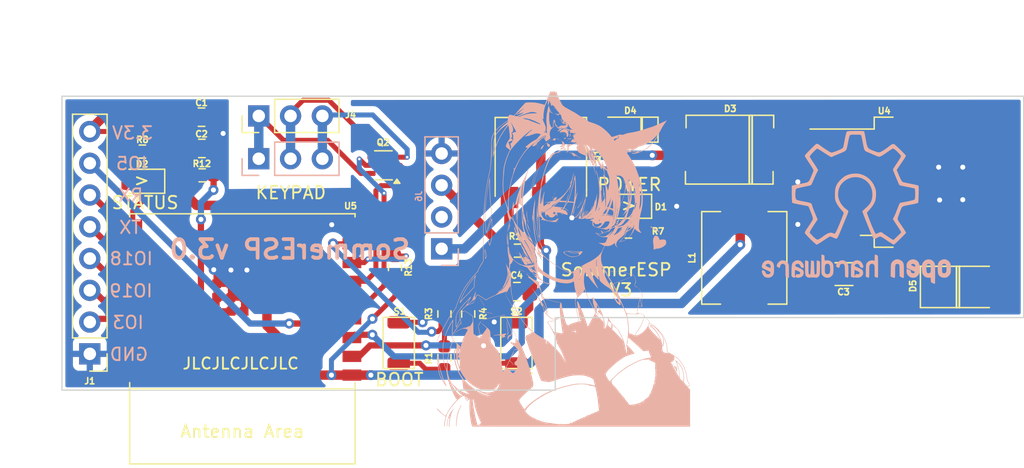
<source format=kicad_pcb>
(kicad_pcb (version 20241229) (generator "pcbnew") (generator_version "9.0")
  (title_block (rev "3.0"))
  (layers (0 "F.Cu" signal) (2 "B.Cu" signal) (13 "F.Paste" user) (15 "B.Paste" user) (5 "F.SilkS" user "F.Silkscreen") (7 "B.SilkS" user "B.Silkscreen") (1 "F.Mask" user) (3 "B.Mask" user) (25 "Edge.Cuts" user))
  (net 0 "")
  (net 1 "Net-(D1-A)")
  (net 2 "Keypad1")
  (net 3 "Keypad3")
  (net 4 "+3.3V")
  (net 5 "GND")
  (net 6 "IO9")
  (net 7 "IO7")
  (net 8 "Net-(D2-A)")
  (net 9 "+24V")
  (net 10 "AnalogSIG")
  (net 11 "Net-(D5-K)")
  (net 12 "RX")
  (net 13 "TX")
  (net 14 "IO19")
  (net 15 "IO18")
  (net 16 "Keypad2")
  (net 18 "SommerSIG")
  (net 19 "IO0")
  (net 20 "EN")
  (net 21 "IO6")
  (net 22 "IO10")
  (net 23 "IO5")
  (net 24 "IO8")
  (net 25 "IO3")
  (net 27 "Net-(Q1-G)")
  (net 28 "IO2")
  (net 29 "Net-(R1-Pad1)")
  (net 30 "Net-(R2-Pad1)")
  (net 31 "Net-(D3-A)")
  (footprint "Resistor_SMD:R_0603_1608Metric_Pad0.98x0.95mm_HandSolder" (layer "F.Cu") (at 39.825 28.9 180)
    (property "Reference" "R8" (at 0 0.95 0) (layer "F.SilkS") (effects (font (size 0.5 0.5))))
    (property "Value" "0603 1k")
    (pad "1" smd roundrect (at -0.9125 0 180) (size 0.975 0.95) (layers "F.Cu" "F.Mask" "F.Paste") (net 4 "+3.3V"))
    (pad "2" smd roundrect (at 0.9125 0 180) (size 0.975 0.95) (layers "F.Cu" "F.Mask" "F.Paste") (net 8 "Net-(D2-A)"))
  )
  (footprint "Resistor_SMD:R_0603_1608Metric_Pad0.98x0.95mm_HandSolder" (layer "F.Cu") (at 65.85 45.3875 90)
    (property "Reference" "R2" (at 0 1.25 90) (layer "F.SilkS") (effects (font (size 0.5 0.5))))
    (property "Value" "0603 100ohm")
    (pad "1" smd roundrect (at -0.9125 0 90) (size 0.975 0.95) (layers "F.Cu" "F.Mask" "F.Paste") (net 30 "Net-(R2-Pad1)"))
    (pad "2" smd roundrect (at 0.9125 0 90) (size 0.975 0.95) (layers "F.Cu" "F.Mask" "F.Paste") (net 20 "EN"))
  )
  (footprint "Resistor_SMD:R_0603_1608Metric_Pad0.98x0.95mm_HandSolder" (layer "F.Cu") (at 63.95 41.8875 90)
    (property "Reference" "R3" (at 0.0125 -1.25 90) (layer "F.SilkS") (effects (font (size 0.5 0.5))))
    (property "Value" "0603 10k")
    (pad "1" smd roundrect (at -0.9125 0 90) (size 0.975 0.95) (layers "F.Cu" "F.Mask" "F.Paste") (net 6 "IO9"))
    (pad "2" smd roundrect (at 0.9125 0 90) (size 0.975 0.95) (layers "F.Cu" "F.Mask" "F.Paste") (net 4 "+3.3V"))
  )
  (footprint "Capacitor_SMD:C_1206_3216Metric_Pad1.33x1.80mm_HandSolder" (layer "F.Cu") (at 95.8625 38.7)
    (property "Reference" "C3" (at -0.0375 1.425 0) (layer "F.SilkS") (effects (font (size 0.5 0.5))))
    (property "Value" "1206 220uf")
    (pad "1" smd roundrect (at -1.5625 0) (size 1.325 1.8) (layers "F.Cu" "F.Mask" "F.Paste") (roundrect_rratio 0.1886792453) (net 4 "+3.3V"))
    (pad "2" smd roundrect (at 1.5625 0) (size 1.325 1.8) (layers "F.Cu" "F.Mask" "F.Paste") (roundrect_rratio 0.1886792453) (net 5 "GND"))
  )
  (footprint "Resistor_SMD:R_0603_1608Metric_Pad0.98x0.95mm_HandSolder" (layer "F.Cu") (at 78.65 35.3 180)
    (property "Reference" "R7" (at -2.3625 0.025 0) (layer "F.SilkS") (effects (font (size 0.5 0.5))))
    (property "Value" "0603 1k")
    (pad "1" smd roundrect (at -0.9125 0 180) (size 0.975 0.95) (layers "F.Cu" "F.Mask" "F.Paste") (net 4 "+3.3V"))
    (pad "2" smd roundrect (at 0.9125 0 180) (size 0.975 0.95) (layers "F.Cu" "F.Mask" "F.Paste") (net 1 "Net-(D1-A)"))
  )
  (footprint "Connector_PinHeader_2.54mm:PinHeader_1x08_P2.54mm_Vertical" (layer "F.Cu") (at 35.625 45.075 180)
    (property "Reference" "J1" (at 0 -2.175 180) (layer "F.SilkS") (effects (font (size 0.5 0.5) (thickness 0.125))))
    (property "Value" "Serial programmer")
    (pad "1" thru_hole rect (at 0 0 180) (size 1.7 1.7) (drill 1) (layers "*.Cu" "*.Mask") (net 5 "GND"))
    (pad "2" thru_hole circle (at 0 2.54 180) (size 1.7 1.7) (drill 1) (layers "*.Cu" "*.Mask") (net 25 "IO3"))
    (pad "3" thru_hole circle (at 0 5.08 180) (size 1.7 1.7) (drill 1) (layers "*.Cu" "*.Mask") (net 14 "IO19"))
    (pad "4" thru_hole circle (at 0 7.62 180) (size 1.7 1.7) (drill 1) (layers "*.Cu" "*.Mask") (net 15 "IO18"))
    (pad "5" thru_hole circle (at 0 10.16 180) (size 1.7 1.7) (drill 1) (layers "*.Cu" "*.Mask") (net 13 "TX"))
    (pad "6" thru_hole circle (at 0 12.7 180) (size 1.7 1.7) (drill 1) (layers "*.Cu" "*.Mask") (net 12 "RX"))
    (pad "7" thru_hole circle (at 0 15.24 180) (size 1.7 1.7) (drill 1) (layers "*.Cu" "*.Mask") (net 23 "IO5"))
    (pad "8" thru_hole circle (at 0 17.78 180) (size 1.7 1.7) (drill 1) (layers "*.Cu" "*.Mask") (net 4 "+3.3V"))
  )
  (footprint "Diode_SMD:D_SMA" (layer "F.Cu") (at 105.475 39.725)
    (property "Reference" "D5" (at -4.1 -0.075 90) (layer "F.SilkS") (effects (font (size 0.5 0.5))))
    (property "Value" "SS54")
    (pad "1" smd roundrect (at -2 0) (size 2.5 1.8) (layers "F.Cu" "F.Mask" "F.Paste") (roundrect_rratio 0.1388888889) (net 11 "Net-(D5-K)"))
    (pad "2" smd roundrect (at 2 0) (size 2.5 1.8) (layers "F.Cu" "F.Mask" "F.Paste") (roundrect_rratio 0.1388888889) (net 5 "GND"))
  )
  (footprint "CustomLibrary:DEALON TD-1183SN-1.5H-160" (layer "F.Cu") (at 69.8 44.2 -90)
    (property "Reference" "S2" (at -2.525 0.1 0) (layer "F.SilkS") (effects (font (size 0.5 0.5))))
    (property "Value" "DEALON TD-1183SN")
    (pad "1" smd roundrect (at 1.65 0.1) (size 1.8 1) (layers "F.Cu" "F.Mask" "F.Paste") (net 30 "Net-(R2-Pad1)"))
    (pad "2" smd roundrect (at -1.65 0.1) (size 1.8 1) (layers "F.Cu" "F.Mask" "F.Paste") (net 5 "GND"))
  )
  (footprint "LED_SMD:LED_0805_2012Metric_Pad1.15x1.40mm_HandSolder" (layer "F.Cu") (at 39.75 31.275 180)
    (property "Reference" "D2" (at -0.05 1.375 0) (layer "F.SilkS") (effects (font (size 0.5 0.5) (thickness 0.125))))
    (property "Value" "LED Blue" (hide yes))
    (pad "1" smd roundrect (at -1.025 0 180) (size 1.15 1.4) (layers "F.Cu" "F.Mask" "F.Paste") (roundrect_rratio 0.2173913043) (net 22 "IO10"))
    (pad "2" smd roundrect (at 1.025 0 180) (size 1.15 1.4) (layers "F.Cu" "F.Mask" "F.Paste") (roundrect_rratio 0.2173913043) (net 8 "Net-(D2-A)"))
  )
  (footprint "CustomLibrary:DEALON TD-1183SN-1.5H-160" (layer "F.Cu") (at 60.4 44.2 -90)
    (property "Reference" "S1" (at -2.525 0.025 0) (layer "F.SilkS") (effects (font (size 0.5 0.5))))
    (property "Value" "DEALON TD-1183SN")
    (pad "1" smd roundrect (at 1.65 0.1) (size 1.8 1) (layers "F.Cu" "F.Mask" "F.Paste") (net 29 "Net-(R1-Pad1)"))
    (pad "2" smd roundrect (at -1.65 0.1) (size 1.8 1) (layers "F.Cu" "F.Mask" "F.Paste") (net 5 "GND"))
  )
  (footprint "Resistor_SMD:R_0603_1608Metric_Pad0.98x0.95mm_HandSolder" (layer "F.Cu") (at 69.7875 36.825)
    (property "Reference" "R11" (at 0.0375 -1.15 0) (layer "F.SilkS") (effects (font (size 0.5 0.5))))
    (property "Value" "0603 1k")
    (pad "1" smd roundrect (at -0.9125 0) (size 0.975 0.95) (layers "F.Cu" "F.Mask" "F.Paste") (net 18 "SommerSIG"))
    (pad "2" smd roundrect (at 0.9125 0) (size 0.975 0.95) (layers "F.Cu" "F.Mask" "F.Paste") (net 27 "Net-(Q1-G)"))
  )
  (footprint "Espressif:ESP32-C3-WROOM-02" (layer "F.Cu") (at 47.81 40.875 180)
    (property "Reference" "U5" (at -8.64 7.625 0) (layer "F.SilkS") (effects (font (size 0.5 0.5))))
    (property "Value" "ESP32-C3-WROOM-02")
    (fp_text user "Antenna Area" (at 0 -10.4 0) (layer "F.SilkS"))
    (pad "1" smd rect (at -8.75 -5.9 180) (size 1.5 0.9) (layers "F.Cu" "F.Mask" "F.Paste") (net 4 "+3.3V"))
    (pad "2" smd rect (at -8.75 -4.4 180) (size 1.5 0.9) (layers "F.Cu" "F.Mask" "F.Paste") (net 20 "EN"))
    (pad "3" smd rect (at -8.75 -2.9 180) (size 1.5 0.9) (layers "F.Cu" "F.Mask" "F.Paste") (net 10 "AnalogSIG"))
    (pad "4" smd rect (at -8.75 -1.4 180) (size 1.5 0.9) (layers "F.Cu" "F.Mask" "F.Paste") (net 23 "IO5"))
    (pad "5" smd rect (at -8.75 0.1 180) (size 1.5 0.9) (layers "F.Cu" "F.Mask" "F.Paste") (net 21 "IO6"))
    (pad "6" smd rect (at -8.75 1.6 180) (size 1.5 0.9) (layers "F.Cu" "F.Mask" "F.Paste") (net 7 "IO7"))
    (pad "7" smd rect (at -8.75 3.1 180) (size 1.5 0.9) (layers "F.Cu" "F.Mask" "F.Paste") (net 24 "IO8"))
    (pad "8" smd rect (at -8.75 4.6 180) (size 1.5 0.9) (layers "F.Cu" "F.Mask" "F.Paste") (net 6 "IO9"))
    (pad "9" smd rect (at -8.75 6.1 180) (size 1.5 0.9) (layers "F.Cu" "F.Mask" "F.Paste") (net 5 "GND"))
    (pad "10" smd rect (at 8.75 6.1) (size 1.5 0.9) (layers "F.Cu" "F.Mask" "F.Paste") (net 22 "IO10"))
    (pad "11" smd rect (at 8.75 4.6) (size 1.5 0.9) (layers "F.Cu" "F.Mask" "F.Paste") (net 12 "RX"))
    (pad "12" smd rect (at 8.75 3.1) (size 1.5 0.9) (layers "F.Cu" "F.Mask" "F.Paste") (net 13 "TX"))
    (pad "13" smd rect (at 8.75 1.6) (size 1.5 0.9) (layers "F.Cu" "F.Mask" "F.Paste") (net 15 "IO18"))
    (pad "14" smd rect (at 8.75 0.1) (size 1.5 0.9) (layers "F.Cu" "F.Mask" "F.Paste") (net 14 "IO19"))
    (pad "15" smd rect (at 8.75 -1.4) (size 1.5 0.9) (layers "F.Cu" "F.Mask" "F.Paste") (net 25 "IO3"))
    (pad "16" smd rect (at 8.75 -2.9) (size 1.5 0.9) (layers "F.Cu" "F.Mask" "F.Paste") (net 28 "IO2"))
    (pad "17" smd rect (at 8.75 -4.4) (size 1.5 0.9) (layers "F.Cu" "F.Mask" "F.Paste"))
    (pad "18" smd rect (at 8.75 -5.9) (size 1.5 0.9) (layers "F.Cu" "F.Mask" "F.Paste") (net 19 "IO0"))
    (pad "19" smd rect (at -0.14 -0.8) (size 0.7 0.7) (layers "F.Cu" "F.Mask" "F.Paste") (net 5 "GND"))
    (pad "19" smd rect (at -0.14 0.3) (size 0.7 0.7) (layers "F.Cu" "F.Mask" "F.Paste") (net 5 "GND"))
    (pad "19" smd rect (at -0.14 1.4) (size 0.7 0.7) (layers "F.Cu" "F.Mask" "F.Paste") (net 5 "GND"))
    (pad "19" smd rect (at 0.91 -0.8) (size 0.7 0.7) (layers "F.Cu" "F.Mask" "F.Paste") (net 5 "GND"))
    (pad "19" smd rect (at 0.91 0.3) (size 0.7 0.7) (layers "F.Cu" "F.Mask" "F.Paste") (net 5 "GND"))
    (pad "19" smd rect (at 0.91 1.4) (size 0.7 0.7) (layers "F.Cu" "F.Mask" "F.Paste") (net 5 "GND"))
    (pad "19" smd rect (at 2.06 -0.8) (size 0.7 0.7) (layers "F.Cu" "F.Mask" "F.Paste") (net 5 "GND"))
    (pad "19" smd rect (at 2.06 0.3) (size 0.7 0.7) (layers "F.Cu" "F.Mask" "F.Paste") (net 5 "GND"))
    (pad "19" smd rect (at 2.06 1.4) (size 0.7 0.7) (layers "F.Cu" "F.Mask" "F.Paste") (net 5 "GND"))
  )
  (footprint "Inductor_SMD:L_Abracon_ASPI-0630LR" (layer "F.Cu") (at 87.9 37.4 90)
    (property "Reference" "L1" (at 0 -4.175 90) (layer "F.SilkS") (effects (font (size 0.5 0.5))))
    (property "Value" "FAUL0630-330MT")
    (pad "1" smd roundrect (at -3.025 0 90) (size 2.35 3.4) (layers "F.Cu" "F.Mask" "F.Paste") (roundrect_rratio 0.1) (net 11 "Net-(D5-K)"))
    (pad "2" smd roundrect (at 3.025 0 90) (size 2.35 3.4) (layers "F.Cu" "F.Mask" "F.Paste") (roundrect_rratio 0.1) (net 4 "+3.3V"))
  )
  (footprint "Resistor_SMD:R_0603_1608Metric_Pad0.98x0.95mm_HandSolder" (layer "F.Cu") (at 65.85 41.8875 90)
    (property "Reference" "R4" (at 0.025 1.2 90) (layer "F.SilkS") (effects (font (size 0.5 0.5))))
    (property "Value" "0603 10k")
    (pad "1" smd roundrect (at -0.9125 0 90) (size 0.975 0.95) (layers "F.Cu" "F.Mask" "F.Paste") (net 20 "EN"))
    (pad "2" smd roundrect (at 0.9125 0 90) (size 0.975 0.95) (layers "F.Cu" "F.Mask" "F.Paste") (net 4 "+3.3V"))
  )
  (footprint "Package_TO_SOT_SMD:TO-263-5_TabPin3" (layer "F.Cu") (at 101.225 31.35)
    (property "Reference" "U4" (at -2.15 -5.7 0) (layer "F.SilkS") (effects (font (size 0.5 0.5))))
    (property "Value" "LM2596SX-3.3/NOPB")
    (pad "1" smd rect (at -5.775 -3.4) (size 4.6 1.1) (layers "F.Cu" "F.Mask" "F.Paste") (net 31 "Net-(D3-A)"))
    (pad "2" smd rect (at -5.775 -1.7) (size 4.6 1.1) (layers "F.Cu" "F.Mask" "F.Paste") (net 11 "Net-(D5-K)"))
    (pad "3" smd rect (at -5.775 0) (size 4.6 1.1) (layers "F.Cu" "F.Mask" "F.Paste") (net 5 "GND"))
    (pad "3" smd rect (at 3.375 0) (size 9.4 10.8) (layers "F.Cu" "F.Mask") (net 5 "GND"))
    (pad "4" smd rect (at -5.775 1.7) (size 4.6 1.1) (layers "F.Cu" "F.Mask" "F.Paste") (net 4 "+3.3V"))
    (pad "5" smd rect (at -5.775 3.4) (size 4.6 1.1) (layers "F.Cu" "F.Mask" "F.Paste") (net 5 "GND"))
  )
  (footprint "Resistor_SMD:R_0603_1608Metric_Pad0.98x0.95mm_HandSolder" (layer "F.Cu") (at 63.95 45.3875 90)
    (property "Reference" "R1" (at -0.0375 -1.25 90) (layer "F.SilkS") (effects (font (size 0.5 0.5))))
    (property "Value" "0603 100ohm")
    (pad "1" smd roundrect (at -0.9125 0 90) (size 0.975 0.95) (layers "F.Cu" "F.Mask" "F.Paste") (net 29 "Net-(R1-Pad1)"))
    (pad "2" smd roundrect (at 0.9125 0 90) (size 0.975 0.95) (layers "F.Cu" "F.Mask" "F.Paste") (net 6 "IO9"))
  )
  (footprint "CustomLibrary:STN3NF06L" (layer "F.Cu") (at 71.65 29.375)
    (property "Reference" "Q1" (at 4.5 -0.15 90) (layer "F.SilkS") (effects (font (size 0.5 0.5))))
    (property "Value" "STN3NF06")
    (pad "1" smd rect (at -2.5 3.2) (size 1.4 1.7) (layers "F.Cu" "F.Mask" "F.Paste") (net 27 "Net-(Q1-G)"))
    (pad "2" smd rect (at 0 3.2) (size 1.4 1.7) (layers "F.Cu" "F.Mask" "F.Paste") (net 10 "AnalogSIG"))
    (pad "3" smd rect (at 2.5 3.2) (size 1.4 1.7) (layers "F.Cu" "F.Mask" "F.Paste") (net 5 "GND"))
    (pad "4" smd rect (at 0 -3.2) (size 4 1.8) (layers "F.Cu" "F.Mask" "F.Paste") (net 10 "AnalogSIG"))
  )
  (footprint "Connector_PinHeader_2.54mm:PinHeader_1x03_P2.54mm_Vertical" (layer "F.Cu") (at 49.12 26.05 90)
    (property "Reference" "J4" (at 0.075 7.33 0) (layer "F.SilkS") (effects (font (size 0.5 0.5))))
    (property "Value" "SOMMER CONEX KEYPAD")
    (pad "1" thru_hole rect (at 0 0 90) (size 1.7 1.7) (drill 1) (layers "*.Cu" "*.Mask") (net 2 "Keypad1"))
    (pad "2" thru_hole oval (at 0 2.54 90) (size 1.7 1.7) (drill 1) (layers "*.Cu" "*.Mask") (net 16 "Keypad2"))
    (pad "3" thru_hole oval (at 0 5.08 90) (size 1.7 1.7) (drill 1) (layers "*.Cu" "*.Mask") (net 3 "Keypad3"))
  )
  (footprint "Package_TO_SOT_SMD:SOT-363_SC-70-6" (layer "F.Cu") (at 59.075 30 180)
    (property "Reference" "Q2" (at 0.025 1.825 0) (layer "F.SilkS") (effects (font (size 0.5 0.5) (thickness 0.125))))
    (property "Value" "2N7002DW")
    (pad "1" smd roundrect (at -0.95 -0.65 180) (size 0.65 0.4) (layers "F.Cu" "F.Mask" "F.Paste") (net 16 "Keypad2"))
    (pad "2" smd roundrect (at -0.95 0 180) (size 0.65 0.4) (layers "F.Cu" "F.Mask" "F.Paste") (net 7 "IO7"))
    (pad "3" smd roundrect (at -0.95 0.65 180) (size 0.65 0.4) (layers "F.Cu" "F.Mask" "F.Paste") (net 3 "Keypad3"))
    (pad "4" smd roundrect (at 0.95 0.65 180) (size 0.65 0.4) (layers "F.Cu" "F.Mask" "F.Paste") (net 16 "Keypad2"))
    (pad "5" smd roundrect (at 0.95 0 180) (size 0.65 0.4) (layers "F.Cu" "F.Mask" "F.Paste") (net 21 "IO6"))
    (pad "6" smd roundrect (at 0.95 -0.65 180) (size 0.65 0.4) (layers "F.Cu" "F.Mask" "F.Paste") (net 2 "Keypad1"))
  )
  (footprint "Diode_SMD:D_SOD-123" (layer "F.Cu") (at 78.65 27.15 180)
    (property "Reference" "D4" (at -0.15 1.525 0) (layer "F.SilkS") (effects (font (size 0.5 0.5))))
    (property "Value" "1N4148")
    (pad "1" smd roundrect (at -1.65 0 180) (size 0.9 1.2) (layers "F.Cu" "F.Mask" "F.Paste") (net 9 "+24V"))
    (pad "2" smd roundrect (at 1.65 0 180) (size 0.9 1.2) (layers "F.Cu" "F.Mask" "F.Paste") (net 10 "AnalogSIG"))
  )
  (footprint "Capacitor_SMD:C_0805_2012Metric_Pad1.18x1.45mm_HandSolder" (layer "F.Cu") (at 69.7375 40.1)
    (property "Reference" "C4" (at -0.0125 -1.3 180) (layer "F.SilkS") (effects (font (size 0.5 0.5))))
    (property "Value" "0805 22uf")
    (pad "1" smd roundrect (at -1.0375 0) (size 1.175 1.45) (layers "F.Cu" "F.Mask" "F.Paste") (roundrect_rratio 0.212766) (net 20 "EN"))
    (pad "2" smd roundrect (at 1.0375 0) (size 1.175 1.45) (layers "F.Cu" "F.Mask" "F.Paste") (roundrect_rratio 0.212766) (net 5 "GND"))
  )
  (footprint "CustomLibrary:SS32C" (layer "F.Cu") (at 86.75 28.75)
    (property "Reference" "D3" (at 0.025 -3.275 0) (layer "F.SilkS") (effects (font (size 0.5 0.5))))
    (property "Value" "SS36")
    (pad "1" smd roundrect (at -3.5 0) (size 2.8 3.3) (layers "F.Cu" "F.Mask" "F.Paste") (net 9 "+24V"))
    (pad "2" smd roundrect (at 3.5 0.05) (size 2.8 3.3) (layers "F.Cu" "F.Mask" "F.Paste") (net 31 "Net-(D3-A)"))
  )
  (footprint "Resistor_SMD:R_0603_1608Metric_Pad0.98x0.95mm_HandSolder" (layer "F.Cu") (at 60 38.1625 -90)
    (property "Reference" "R13" (at 0 -1.075 90) (layer "F.SilkS") (effects (font (size 0.5 0.5) (thickness 0.125))))
    (property "Value" "0603 10k")
    (pad "1" smd roundrect (at -0.9125 0 270) (size 0.975 0.95) (layers "F.Cu" "F.Mask" "F.Paste") (net 24 "IO8"))
    (pad "2" smd roundrect (at 0.9125 0 270) (size 0.975 0.95) (layers "F.Cu" "F.Mask" "F.Paste") (net 4 "+3.3V"))
  )
  (footprint "Resistor_SMD:R_0603_1608Metric_Pad0.98x0.95mm_HandSolder" (layer "F.Cu") (at 44.6 30.8 180)
    (property "Reference" "R12" (at 0.025 0.925 0) (layer "F.SilkS") (effects (font (size 0.5 0.5))))
    (property "Value" "0603 10k")
    (pad "1" smd roundrect (at -0.9125 0 180) (size 0.975 0.95) (layers "F.Cu" "F.Mask" "F.Paste") (net 28 "IO2"))
    (pad "2" smd roundrect (at 0.9125 0 180) (size 0.975 0.95) (layers "F.Cu" "F.Mask" "F.Paste") (net 4 "+3.3V"))
  )
  (footprint "Capacitor_SMD:C_0805_2012Metric_Pad1.18x1.45mm_HandSolder" (layer "F.Cu") (at 44.55 26.15)
    (property "Reference" "C1" (at 0 -1.15 0) (layer "F.SilkS") (effects (font (size 0.5 0.5))))
    (property "Value" "0805 10uf")
    (pad "1" smd roundrect (at -1.0375 0) (size 1.175 1.45) (layers "F.Cu" "F.Mask" "F.Paste") (roundrect_rratio 0.212766) (net 4 "+3.3V"))
    (pad "2" smd roundrect (at 1.0375 0) (size 1.175 1.45) (layers "F.Cu" "F.Mask" "F.Paste") (roundrect_rratio 0.212766) (net 5 "GND"))
  )
  (footprint "Capacitor_SMD:C_0805_2012Metric_Pad1.18x1.45mm_HandSolder" (layer "F.Cu") (at 44.575 28.65)
    (property "Reference" "C2" (at -0.025 -1.15 0) (layer "F.SilkS") (effects (font (size 0.5 0.5))))
    (property "Value" "0805 100nf")
    (pad "1" smd roundrect (at -1.0375 0) (size 1.175 1.45) (layers "F.Cu" "F.Mask" "F.Paste") (roundrect_rratio 0.212766) (net 4 "+3.3V"))
    (pad "2" smd roundrect (at 1.0375 0) (size 1.175 1.45) (layers "F.Cu" "F.Mask" "F.Paste") (roundrect_rratio 0.212766) (net 5 "GND"))
  )
  (footprint "LED_SMD:LED_0805_2012Metric_Pad1.15x1.40mm_HandSolder" (layer "F.Cu") (at 78.6375 33.275 180)
    (property "Reference" "D1" (at -2.6 -0.05 0) (layer "F.SilkS") (effects (font (size 0.5 0.5) (thickness 0.125))))
    (property "Value" "LED Green")
    (pad "1" smd roundrect (at -1.025 0 180) (size 1.15 1.4) (layers "F.Cu" "F.Mask" "F.Paste") (roundrect_rratio 0.2173913043) (net 5 "GND"))
    (pad "2" smd roundrect (at 1.025 0 180) (size 1.15 1.4) (layers "F.Cu" "F.Mask" "F.Paste") (roundrect_rratio 0.2173913043) (net 1 "Net-(D1-A)"))
  )
  (footprint "LOGO" (layer "B.Cu") (at 96.85 33.35 180)
    (property "Reference" "G***" (hide yes))
    (property "Value" "LOGO" (hide yes))
  )
  (footprint "LOGO" (layer "B.Cu") (at 73.475 37.5 180)
    (property "Reference" "G***" (hide yes))
    (property "Value" "LOGO" (hide yes))
  )
  (footprint "Connector_PinSocket_2.54mm:PinSocket_1x04_P2.54mm_Vertical" (layer "B.Cu") (at 63.725 36.675)
    (property "Reference" "J6" (at -1.825 -4.2 270) (layer "B.SilkS") (effects (font (size 0.5 0.5) (thickness 0.1)) (justify mirror)))
    (property "Value" "SOMMER OUTPUT OC" (hide yes))
    (pad "1" thru_hole rect (at 0 0) (size 1.7 1.7) (drill 1) (layers "*.Cu" "*.Mask") (net 9 "+24V"))
    (pad "2" thru_hole oval (at 0 -2.54) (size 1.7 1.7) (drill 1) (layers "*.Cu" "*.Mask"))
    (pad "3" thru_hole oval (at 0 -5.08) (size 1.7 1.7) (drill 1) (layers "*.Cu" "*.Mask") (net 18 "SommerSIG"))
    (pad "4" thru_hole oval (at 0 -7.62) (size 1.7 1.7) (drill 1) (layers "*.Cu" "*.Mask") (net 5 "GND"))
  )
  (footprint "Connector_PinSocket_2.54mm:PinSocket_1x03_P2.54mm_Vertical" (layer "B.Cu") (at 49.12 29.475 -90)
    (property "Reference" "J3" (hide yes))
    (property "Value" "SOMMER CONEX BOARD" (hide yes))
    (pad "1" thru_hole rect (at 0 0 270) (size 1.7 1.7) (drill 1) (layers "*.Cu" "*.Mask") (net 2 "Keypad1"))
    (pad "2" thru_hole oval (at 0 -2.54 270) (size 1.7 1.7) (drill 1) (layers "*.Cu" "*.Mask") (net 16 "Keypad2"))
    (pad "3" thru_hole oval (at 0 -5.08 270) (size 1.7 1.7) (drill 1) (layers "*.Cu" "*.Mask") (net 3 "Keypad3"))
  )
  (gr_line (start 104.85 41.375) (end 104.85 38.075) (stroke (width 0.15)) (layer "F.SilkS"))
  (gr_line (start 88.525 26.025) (end 88.525 31.475) (stroke (width 0.15)) (layer "F.SilkS"))
  (gr_line (start 88.3 26.025) (end 88.3 31.475) (stroke (width 0.15)) (layer "F.SilkS"))
  (gr_line (start 105.075 38.075) (end 105.075 41.375) (stroke (width 0.15)) (layer "F.SilkS"))
  (gr_line (start 72.8 47.975) (end 33.4 47.975) (stroke (width 0.1)) (layer "Edge.Cuts"))
  (gr_line (start 33.4 24.475) (end 110.2125 24.475) (stroke (width 0.1)) (layer "Edge.Cuts"))
  (gr_line (start 110.2125 24.475) (end 110.2125 42.175) (stroke (width 0.1)) (layer "Edge.Cuts"))
  (gr_line (start 72.8 47.975) (end 72.8 42.175) (stroke (width 0.1)) (layer "Edge.Cuts"))
  (gr_line (start 110.2125 42.175) (end 72.8 42.175) (stroke (width 0.1)) (layer "Edge.Cuts"))
  (gr_line (start 33.4 47.975) (end 33.4 24.475) (stroke (width 0.1)) (layer "Edge.Cuts"))
  (gr_text ">" (at 77.95 33.75 0) (layer "F.SilkS") (effects (font (size 1 1)) (justify left bottom)))
  (gr_text "POWER" (at 76.075 32.125 0) (layer "F.SilkS") (effects (font (size 1 1)) (justify left bottom)))
  (gr_text "RST" (at 68.225 47.75 0) (layer "F.SilkS") (effects (font (size 1 1)) (justify left bottom)))
  (gr_text "JLCJLCJLCJLC" (at 47.675 46.375 0) (layer "F.SilkS") (effects (font (size 0.9 0.9)) (justify bottom)))
  (gr_text "KEYPAD" (at 48.775 32.775 0) (layer "F.SilkS") (effects (font (size 1 1)) (justify left bottom)))
  (gr_text ">" (at 39.05 31.75 0) (layer "F.SilkS") (effects (font (size 1 1)) (justify left bottom)))
  (gr_text "STATUS" (at 37.275 33.575 0) (layer "F.SilkS") (effects (font (size 1 1)) (justify left bottom)))
  (gr_text "BOOT\n" (at 58.325 47.725 0) (layer "F.SilkS") (effects (font (size 1 1)) (justify left bottom)))
  (gr_text "SommerESP \nV3" (at 78.05 40.55 0) (layer "F.SilkS") (effects (font (size 1 1)) (justify bottom)))
  (gr_text "3.3V" (at 40.75 28 0) (layer "B.SilkS") (effects (font (size 1 1)) (justify left bottom mirror)))
  (gr_text "TX" (at 39.8 35.55 0) (layer "B.SilkS") (effects (font (size 1 1)) (justify left bottom mirror)))
  (gr_text "RX" (at 39.975 32.975 0) (layer "B.SilkS") (effects (font (size 1 1)) (justify left bottom mirror)))
  (gr_text "GND" (at 40.375 45.7 0) (layer "B.SilkS") (effects (font (size 1 1)) (justify left bottom mirror)))
  (gr_text "IO5" (at 40.3 30.45 0) (layer "B.SilkS") (effects (font (size 1 1)) (justify left bottom mirror)))
  (gr_text "IO3" (at 40.025 43.15 0) (layer "B.SilkS") (effects (font (size 1 1)) (justify left bottom mirror)))
  (gr_text "IO19" (at 40.725 40.625 0) (layer "B.SilkS") (effects (font (size 1 1)) (justify left bottom mirror)))
  (gr_text "SommerESP v3.0\n" (at 51.6 37.6 0) (layer "B.SilkS") (effects (font (size 1.5 1.5) (thickness 0.3) (bold yes)) (justify bottom mirror)))
  (gr_text "IO18" (at 40.75 38.05 0) (layer "B.SilkS") (effects (font (size 1 1)) (justify left bottom mirror)))
  (segment (start 77.6125 35.2375) (end 77.6 35.25) (width 0.4) (layer "F.Cu") (net 1))
  (segment (start 77.6125 33.275) (end 77.6125 35.2375) (width 0.4) (layer "F.Cu") (net 1))
  (segment (start 57.275 30.65) (end 58.1 30.65) (width 0.4) (layer "F.Cu") (net 2))
  (segment (start 49.7 26.6) (end 51.1 28) (width 0.4) (layer "F.Cu") (net 2))
  (segment (start 54.625 28) (end 57.275 30.65) (width 0.4) (layer "F.Cu") (net 2))
  (segment (start 51.1 28) (end 54.625 28) (width 0.4) (layer "F.Cu") (net 2))
  (segment (start 49.12 26.05) (end 49.12 29.445) (width 0.75) (layer "B.Cu") (net 2))
  (segment (start 49.12 29.445) (end 49.275 29.6) (width 0.75) (layer "B.Cu") (net 2))
  (segment (start 60.025 29.35) (end 60.975 29.35) (width 0.4) (layer "F.Cu") (net 3))
  (via (at 60.975 29.35) (size 0.4) (drill 0.2) (layers "F.Cu" "B.Cu") (net 3))
  (segment (start 58.225 25.975) (end 54.25 25.975) (width 0.4) (layer "B.Cu") (net 3))
  (segment (start 60.975 28.725) (end 58.225 25.975) (width 0.4) (layer "B.Cu") (net 3))
  (segment (start 60.975 29.35) (end 60.975 28.725) (width 0.4) (layer "B.Cu") (net 3))
  (segment (start 54.2 26.05) (end 54.2 29.425) (width 0.75) (layer "B.Cu") (net 3))
  (segment (start 54.2 29.425) (end 54.1 29.525) (width 0.75) (layer "B.Cu") (net 3))
  (segment (start 56.55 46.775) (end 56.575 46.75) (width 0.4) (layer "F.Cu") (net 4))
  (segment (start 87.575 35.175) (end 87.475 35.075) (width 0.75) (layer "F.Cu") (net 4))
  (segment (start 49.775 42.825) (end 49.775 36.8) (width 0.75) (layer "F.Cu") (net 4))
  (segment (start 36.675 26.15) (end 35.575 27.25) (width 0.75) (layer "F.Cu") (net 4))
  (segment (start 89.7 33.05) (end 89 33.75) (width 0.75) (layer "F.Cu") (net 4))
  (segment (start 84.475 35.3) (end 85.35 34.425) (width 0.4) (layer "F.Cu") (net 4))
  (segment (start 56.56 46.775) (end 53.725 46.775) (width 0.75) (layer "F.Cu") (net 4))
  (segment (start 49.775 36.8) (end 46.175 33.2) (width 0.75) (layer "F.Cu") (net 4))
  (segment (start 61.775 40.975) (end 60.025 39.225) (width 0.4) (layer "F.Cu") (net 4))
  (segment (start 53.725 46.775) (end 49.775 42.825) (width 0.75) (layer "F.Cu") (net 4))
  (segment (start 65.85 40.975) (end 63.975 40.975) (width 0.4) (layer "F.Cu") (net 4))
  (segment (start 63.975 40.975) (end 63.95 40.95) (width 0.4) (layer "F.Cu") (net 4))
  (segment (start 94.3 38.7) (end 92.7 38.7) (width 0.75) (layer "F.Cu") (net 4))
  (segment (start 44.15 33.2) (end 43.6 32.65) (width 0.75) (layer "F.Cu") (net 4))
  (segment (start 60 40.475) (end 58.2 42.275) (width 0.4) (layer "F.Cu") (net 4))
  (segment (start 35.625 27.295) (end 39.37 27.295) (width 0.4) (layer "F.Cu") (net 4))
  (segment (start 95.45 33.05) (end 89.7 33.05) (width 0.75) (layer "F.Cu") (net 4))
  (segment (start 85.35 34.425) (end 86.475 34.425) (width 0.4) (layer "F.Cu") (net 4))
  (segment (start 79.5625 35.3) (end 84.475 35.3) (width 0.4) (layer "F.Cu") (net 4))
  (segment (start 63.95 40.975) (end 61.775 40.975) (width 0.4) (layer "F.Cu") (net 4))
  (segment (start 43.6 32.65) (end 43.6 26.225) (width 0.75) (layer "F.Cu") (net 4))
  (segment (start 54.925 46.775) (end 56.55 46.775) (width 0.4) (layer "F.Cu") (net 4))
  (segment (start 87.575 36.35) (end 87.575 35.175) (width 0.75) (layer "F.Cu") (net 4))
  (segment (start 46.175 33.2) (end 44.15 33.2) (width 0.75) (layer "F.Cu") (net 4))
  (segment (start 60 39.075) (end 60 40.475) (width 0.4) (layer "F.Cu") (net 4))
  (segment (start 39.37 27.295) (end 40.625 28.55) (width 0.4) (layer "F.Cu") (net 4))
  (segment (start 56.56 46.775) (end 58.075 46.775) (width 0.75) (layer "F.Cu") (net 4))
  (segment (start 92.7 38.7) (end 88.95 34.95) (width 0.75) (layer "F.Cu") (net 4))
  (segment (start 43.5125 26.15) (end 36.675 26.15) (width 0.75) (layer "F.Cu") (net 4))
  (via (at 58.2 42.275) (size 0.8) (drill 0.4) (layers "F.Cu" "B.Cu") (net 4))
  (via (at 58.075 46.775) (size 0.8) (drill 0.4) (layers "F.Cu" "B.Cu") (net 4))
  (via (at 54.925 46.775) (size 0.8) (drill 0.4) (layers "F.Cu" "B.Cu") (net 4))
  (via (at 87.575 36.35) (size 0.8) (drill 0.4) (layers "F.Cu" "B.Cu") (net 4))
  (segment (start 82.875 41.05) (end 87.575 36.35) (width 0.75) (layer "B.Cu") (net 4))
  (segment (start 71.5 45.125) (end 71.5 41.6) (width 0.75) (layer "B.Cu") (net 4))
  (segment (start 69.85 46.775) (end 71.5 45.125) (width 0.75) (layer "B.Cu") (net 4))
  (segment (start 58.2 42.275) (end 54.925 45.55) (width 0.4) (layer "B.Cu") (net 4))
  (segment (start 72.05 41.05) (end 82.875 41.05) (width 0.75) (layer "B.Cu") (net 4))
  (segment (start 54.925 45.55) (end 54.925 46.775) (width 0.4) (layer "B.Cu") (net 4))
  (segment (start 71.5 41.6) (end 72.05 41.05) (width 0.75) (layer "B.Cu") (net 4))
  (segment (start 58.075 46.775) (end 69.85 46.775) (width 0.75) (layer "B.Cu") (net 4))
  (segment (start 45.5875 26.15) (end 45.5875 26.7375) (width 0.5) (layer "F.Cu") (net 5))
  (segment (start 97.425 38.7) (end 97.425 37.225) (width 0.75) (layer "F.Cu") (net 5))
  (segment (start 56.56 34.775) (end 54.975 34.775) (width 0.5) (layer "F.Cu") (net 5))
  (segment (start 95.45 31.35) (end 92.2 31.35) (width 0.75) (layer "F.Cu") (net 5))
  (segment (start 45.6125 28.65) (end 45.6125 28.1125) (width 0.5) (layer "F.Cu") (net 5))
  (segment (start 60.5 42.55) (end 60.475 42.575) (width 0.4) (layer "F.Cu") (net 5))
  (segment (start 67.925 42.525) (end 69.325 42.525) (width 0.5) (layer "F.Cu") (net 5))
  (segment (start 70.8 41.45) (end 70.8 40.65) (width 0.5) (layer "F.Cu") (net 5))
  (segment (start 62.2 42.55) (end 60.5 42.55) (width 0.4) (layer "F.Cu") (net 5))
  (segment (start 79.75 33.275) (end 82.5 33.275) (width 0.5) (layer "F.Cu") (net 5))
  (segment (start 69.65 42.5) (end 69.625 42.525) (width 0.5) (layer "F.Cu") (net 5))
  (segment (start 69.7 42.55) (end 70.8 41.45) (width 0.5) (layer "F.Cu") (net 5))
  (segment (start 107.475 39.725) (end 107.475 35.25) (width 0.75) (layer "F.Cu") (net 5))
  (segment (start 107.475 35.25) (end 107.575 35.15) (width 0.75) (layer "F.Cu") (net 5))
  (segment (start 54.975 34.775) (end 54.95 34.75) (width 0.5) (layer "F.Cu") (net 5))
  (segment (start 74.15 34.175) (end 74.125 34.2) (width 0.75) (layer "F.Cu") (net 5))
  (segment (start 45.5875 26.7375) (end 46.3 27.45) (width 0.5) (layer "F.Cu") (net 5))
  (segment (start 97.425 37.225) (end 95.2 35) (width 0.75) (layer "F.Cu") (net 5))
  (segment (start 92.2 34.75) (end 92.175 34.725) (width 0.75) (layer "F.Cu") (net 5))
  (segment (start 74.15 32.575) (end 74.15 34.175) (width 0.75) (layer "F.Cu") (net 5))
  (segment (start 95.45 34.75) (end 92.2 34.75) (width 0.75) (layer "F.Cu") (net 5))
  (segment (start 45.6125 28.1125) (end 46.275 27.45) (width 0.5) (layer "F.Cu") (net 5))
  (segment (start 92.2 31.35) (end 92.175 31.325) (width 0.75) (layer "F.Cu") (net 5))
  (via (at 54.95 34.75) (size 0.8) (drill 0.4) (layers "F.Cu" "B.Cu") (net 5))
  (via (at 45.525 38.35) (size 0.8) (drill 0.4) (layers "F.Cu" "B.Cu") (net 5))
  (via (at 92.175 34.725) (size 0.8) (drill 0.4) (layers "F.Cu" "B.Cu") (net 5))
  (via (at 67.925 42.525) (size 0.8) (drill 0.4) (layers "F.Cu" "B.Cu") (net 5))
  (via (at 62.2 42.55) (size 0.8) (drill 0.4) (layers "F.Cu" "B.Cu") (net 5))
  (via (at 74.125 34.2) (size 0.8) (drill 0.4) (layers "F.Cu" "B.Cu") (net 5))
  (via (at 48.175 38.375) (size 0.8) (drill 0.4) (layers "F.Cu" "B.Cu") (net 5))
  (via (at 92.175 31.325) (size 0.8) (drill 0.4) (layers "F.Cu" "B.Cu") (net 5))
  (via (at 82.5 33.275) (size 0.8) (drill 0.4) (layers "F.Cu" "B.Cu") (net 5))
  (via (at 103.5 32.775) (size 0.8) (drill 0.4) (layers "F.Cu" "B.Cu") (net 5))
  (via (at 105.35 32.75) (size 0.8) (drill 0.4) (layers "F.Cu" "B.Cu") (net 5))
  (via (at 103.425 30.15) (size 0.8) (drill 0.4) (layers "F.Cu" "B.Cu") (net 5))
  (via (at 105.35 30.15) (size 0.8) (drill 0.4) (layers "F.Cu" "B.Cu") (net 5))
  (via (at 46.275 27.45) (size 0.8) (drill 0.4) (layers "F.Cu" "B.Cu") (net 5))
  (via (at 46.9 38.375) (size 0.8) (drill 0.4) (layers "F.Cu" "B.Cu") (net 5))
  (segment (start 56.56 36.275) (end 55.075 36.275) (width 0.4) (layer "F.Cu") (net 6))
  (segment (start 63.95 42.8) (end 63.95 44.275) (width 0.4) (layer "F.Cu") (net 6))
  (segment (start 62.925 43.3) (end 63.425 43.3) (width 0.4) (layer "F.Cu") (net 6))
  (segment (start 55.075 36.275) (end 55.05 36.25) (width 0.4) (layer "F.Cu") (net 6))
  (segment (start 63.425 43.3) (end 63.825 42.9) (width 0.4) (layer "F.Cu") (net 6))
  (segment (start 63.95 44.275) (end 63.925 44.3) (width 0.4) (layer "F.Cu") (net 6))
  (via (at 55.05 36.25) (size 0.8) (drill 0.4) (layers "F.Cu" "B.Cu") (net 6))
  (via (at 62.925 43.3) (size 0.8) (drill 0.4) (layers "F.Cu" "B.Cu") (net 6))
  (segment (start 55.05 36.25) (end 55.05 36.532786) (width 0.4) (layer "B.Cu") (net 6))
  (segment (start 62.874 43.351) (end 62.925 43.3) (width 0.4) (layer "B.Cu") (net 6))
  (segment (start 61.867214 43.35) (end 61.9 43.35) (width 0.4) (layer "B.Cu") (net 6))
  (segment (start 55.05 36.532786) (end 61.867214 43.35) (width 0.4) (layer "B.Cu") (net 6))
  (segment (start 61.868214 43.351) (end 62.874 43.351) (width 0.4) (layer "B.Cu") (net 6))
  (segment (start 58.475 32.025057) (end 58.475 38.475) (width 0.4) (layer "F.Cu") (net 7))
  (segment (start 58.475 38.475) (end 57.675 39.275) (width 0.4) (layer "F.Cu") (net 7))
  (segment (start 60.411292 30) (end 60.751 30.339708) (width 0.4) (layer "F.Cu") (net 7))
  (segment (start 60.087292 31.624) (end 58.876057 31.624) (width 0.4) (layer "F.Cu") (net 7))
  (segment (start 60.751 30.960292) (end 60.087292 31.624) (width 0.4) (layer "F.Cu") (net 7))
  (segment (start 60.751 30.339708) (end 60.751 30.960292) (width 0.4) (layer "F.Cu") (net 7))
  (segment (start 57.675 39.275) (end 56.56 39.275) (width 0.4) (layer "F.Cu") (net 7))
  (segment (start 60.025 30) (end 60.411292 30) (width 0.4) (layer "F.Cu") (net 7))
  (segment (start 58.876057 31.624) (end 58.475 32.025057) (width 0.4) (layer "F.Cu") (net 7))
  (segment (start 38.9125 31.2875) (end 38.9 31.3) (width 0.4) (layer "F.Cu") (net 8))
  (segment (start 38.9125 28.9) (end 38.9125 31.2875) (width 0.4) (layer "F.Cu") (net 8))
  (segment (start 82.6 29.2) (end 82.675 29.125) (width 0.75) (layer "F.Cu") (net 9))
  (segment (start 81.5 27.15) (end 82.125 27.775) (width 0.75) (layer "F.Cu") (net 9))
  (segment (start 80.3 27.15) (end 81.5 27.15) (width 0.75) (layer "F.Cu") (net 9))
  (segment (start 80.55 29.2) (end 82.6 29.2) (width 0.75) (layer "F.Cu") (net 9))
  (via (at 80.55 29.2) (size 0.8) (drill 0.4) (layers "F.Cu" "B.Cu") (net 9))
  (segment (start 73.025 29.2) (end 80.55 29.2) (width 0.75) (layer "B.Cu") (net 9))
  (segment (start 63.725 36.675) (end 65.55 36.675) (width 0.75) (layer "B.Cu") (net 9))
  (segment (start 65.55 36.675) (end 73.025 29.2) (width 0.75) (layer "B.Cu") (net 9))
  (segment (start 56.785 43.55) (end 58.192576 43.55) (width 0.5) (layer "F.Cu") (net 10))
  (segment (start 74.95 26.175) (end 72.975 26.175) (width 0.75) (layer "F.Cu") (net 10))
  (segment (start 75.925 27.15) (end 74.95 26.175) (width 0.75) (layer "F.Cu") (net 10))
  (segment (start 77 27.15) (end 75.925 27.15) (width 0.75) (layer "F.Cu") (net 10))
  (segment (start 71.65 36.375) (end 71.65 32.925) (width 0.5) (layer "F.Cu") (net 10))
  (segment (start 71.65 26.175) (end 71.65 32.15) (width 0.75) (layer "F.Cu") (net 10))
  (segment (start 56.56 43.775) (end 56.785 43.55) (width 0.5) (layer "F.Cu") (net 10))
  (segment (start 71.65 32.15) (end 71.725 32.225) (width 0.75) (layer "F.Cu") (net 10))
  (segment (start 72.075 36.8) (end 71.65 36.375) (width 0.5) (layer "F.Cu") (net 10))
  (via (at 72.075 36.8) (size 0.8) (drill 0.4) (layers "F.Cu" "B.Cu") (net 10))
  (via (at 58.192576 43.55) (size 0.8) (drill 0.4) (layers "F.Cu" "B.Cu") (net 10))
  (segment (start 59.918576 45.276) (end 68.999 45.276) (width 0.5) (layer "B.Cu") (net 10))
  (segment (start 70.125 44.15) (end 70.125 42.625) (width 0.5) (layer "B.Cu") (net 10))
  (segment (start 70.125 41.45) (end 72.075 39.5) (width 0.5) (layer "B.Cu") (net 10))
  (segment (start 58.192576 43.55) (end 59.918576 45.276) (width 0.5) (layer "B.Cu") (net 10))
  (segment (start 68.999 45.276) (end 70.125 44.15) (width 0.5) (layer "B.Cu") (net 10))
  (segment (start 72.075 39.5) (end 72.075 36.8) (width 0.5) (layer "B.Cu") (net 10))
  (segment (start 70.125 42.625) (end 70.125 41.45) (width 0.5) (layer "B.Cu") (net 10))
  (segment (start 99.2 31.098) (end 99.2 37.202) (width 0.75) (layer "F.Cu") (net 11))
  (segment (start 103.475 39.725) (end 101.2 39.725) (width 0.75) (layer "F.Cu") (net 11))
  (segment (start 99.725 41.2) (end 89.225 41.2) (width 0.75) (layer "F.Cu") (net 11))
  (segment (start 101.2 39.725) (end 99.725 41.2) (width 0.75) (layer "F.Cu") (net 11))
  (segment (start 101.623 39.625) (end 103.625 39.625) (width 0.75) (layer "F.Cu") (net 11))
  (segment (start 97.752 29.65) (end 99.2 31.098) (width 0.75) (layer "F.Cu") (net 11))
  (segment (start 99.2 37.202) (end 101.623 39.625) (width 0.75) (layer "F.Cu") (net 11))
  (segment (start 95.45 29.65) (end 97.752 29.65) (width 0.75) (layer "F.Cu") (net 11))
  (segment (start 39.06 36.275) (end 38.25 36.275) (width 0.5) (layer "F.Cu") (net 12))
  (segment (start 37.3 33.9) (end 35.95 32.55) (width 0.5) (layer "F.Cu") (net 12))
  (segment (start 37.3 35.325) (end 37.3 33.9) (width 0.5) (layer "F.Cu") (net 12))
  (segment (start 38.25 36.275) (end 37.3 35.325) (width 0.5) (layer "F.Cu") (net 12))
  (segment (start 38.525 37.775) (end 35.825 35.075) (width 0.5) (layer "F.Cu") (net 13))
  (segment (start 39.06 37.775) (end 38.525 37.775) (width 0.5) (layer "F.Cu") (net 13))
  (segment (start 39.06 40.775) (end 36.675 40.775) (width 0.5) (layer "F.Cu") (net 14))
  (segment (start 36.675 40.775) (end 35.925 40.025) (width 0.5) (layer "F.Cu") (net 14))
  (segment (start 39.06 39.275) (end 37.6 39.275) (width 0.5) (layer "F.Cu") (net 15))
  (segment (start 37.6 39.275) (end 35.925 37.6) (width 0.5) (layer "F.Cu") (net 15))
  (segment (start 58.125 28.205818) (end 58.125 29.2) (width 0.4) (layer "F.Cu") (net 16))
  (segment (start 59.3 30.65) (end 59.1 30.45) (width 0.4) (layer "F.Cu") (net 16))
  (segment (start 54.718182 24.799) (end 58.125 28.205818) (width 0.4) (layer "F.Cu") (net 16))
  (segment (start 58.511292 29.35) (end 58.125 29.35) (width 0.4) (layer "F.Cu") (net 16))
  (segment (start 52.651 24.799) (end 54.718182 24.799) (width 0.4) (layer "F.Cu") (net 16))
  (segment (start 59.1 29.938708) (end 58.511292 29.35) (width 0.4) (layer "F.Cu") (net 16))
  (segment (start 52.651 24.799) (end 51.75 25.7) (width 0.4) (layer "F.Cu") (net 16))
  (segment (start 60.025 30.65) (end 59.3 30.65) (width 0.4) (layer "F.Cu") (net 16))
  (segment (start 59.1 30.45) (end 59.1 29.938708) (width 0.4) (layer "F.Cu") (net 16))
  (segment (start 51.66 29.435) (end 51.7 29.475) (width 0.75) (layer "B.Cu") (net 16))
  (segment (start 51.66 26.05) (end 51.66 29.435) (width 0.75) (layer "B.Cu") (net 16))
  (segment (start 63.725 31.595) (end 68.85 36.72) (width 0.75) (layer "F.Cu") (net 18))
  (segment (start 68.85 36.72) (end 68.85 36.75) (width 0.75) (layer "F.Cu") (net 18))
  (segment (start 67.075 44.425) (end 65.9 44.425) (width 0.5) (layer "F.Cu") (net 20))
  (segment (start 66.1 42.7) (end 65.95 42.7) (width 0.5) (layer "F.Cu") (net 20))
  (segment (start 65.85 42.8) (end 65.85 44.35) (width 0.4) (layer "F.Cu") (net 20))
  (segment (start 56.56 45.275) (end 57.136 45.275) (width 0.5) (layer "F.Cu") (net 20))
  (segment (start 68.7 40.1) (end 66.1 42.7) (width 0.5) (layer "F.Cu") (net 20))
  (segment (start 58.011 44.4) (end 62.475 44.4) (width 0.5) (layer "F.Cu") (net 20))
  (segment (start 65.9 44.425) (end 65.875 44.45) (width 0.5) (layer "F.Cu") (net 20))
  (segment (start 65.85 44.35) (end 65.825 44.375) (width 0.4) (layer "F.Cu") (net 20))
  (segment (start 57.136 45.275) (end 58.011 44.4) (width 0.5) (layer "F.Cu") (net 20))
  (via (at 62.475 44.4) (size 0.8) (drill 0.4) (layers "F.Cu" "B.Cu") (net 20))
  (via (at 67.075 44.425) (size 0.8) (drill 0.4) (layers "F.Cu" "B.Cu") (net 20))
  (segment (start 62.475 44.4) (end 67.05 44.4) (width 0.5) (layer "B.Cu") (net 20))
  (segment (start 67.05 44.4) (end 67.075 44.425) (width 0.5) (layer "B.Cu") (net 20))
  (segment (start 58.125 30) (end 57.65 30) (width 0.4) (layer "F.Cu") (net 21))
  (segment (start 56.56 40.775) (end 57.975 40.775) (width 0.4) (layer "F.Cu") (net 21))
  (segment (start 57.975 40.775) (end 59.125 39.625) (width 0.4) (layer "F.Cu") (net 21))
  (segment (start 59.125 39.625) (end 59.075 39.675) (width 0.4) (layer "F.Cu") (net 21))
  (segment (start 59.125 39.625) (end 59.05 39.7) (width 0.4) (layer "F.Cu") (net 21))
  (segment (start 57.65 30) (end 57.15 29.5) (width 0.4) (layer "F.Cu") (net 21))
  (segment (start 59.125 32.225) (end 59.125 39.625) (width 0.4) (layer "F.Cu") (net 21))
  (via (at 59.125 32.225) (size 0.4) (drill 0.2) (layers "F.Cu" "B.Cu") (net 21))
  (via (at 57.15 29.5) (size 0.4) (drill 0.2) (layers "F.Cu" "B.Cu") (net 21))
  (segment (start 57.15 30.25) (end 59.125 32.225) (width 0.4) (layer "B.Cu") (net 21))
  (segment (start 57.15 29.5) (end 57.15 30.25) (width 0.4) (layer "B.Cu") (net 21))
  (segment (start 39.06 33.64) (end 40.825 31.875) (width 0.4) (layer "F.Cu") (net 22))
  (segment (start 39.06 34.775) (end 39.06 33.64) (width 0.4) (layer "F.Cu") (net 22))
  (segment (start 54.975 42.3) (end 56.25 42.3) (width 0.5) (layer "F.Cu") (net 23))
  (segment (start 54.625 42.65) (end 54.975 42.3) (width 0.5) (layer "F.Cu") (net 23))
  (segment (start 51.55 42.65) (end 54.625 42.65) (width 0.5) (layer "F.Cu") (net 23))
  (via (at 51.55 42.65) (size 0.8) (drill 0.4) (layers "F.Cu" "B.Cu") (net 23))
  (segment (start 35.625 29.835) (end 48.44 42.65) (width 0.5) (layer "B.Cu") (net 23))
  (segment (start 48.44 42.65) (end 51.55 42.65) (width 0.5) (layer "B.Cu") (net 23))
  (segment (start 60.225 37.25) (end 60.2 37.275) (width 0.4) (layer "F.Cu") (net 24))
  (segment (start 56.56 37.775) (end 57.55 37.775) (width 0.4) (layer "F.Cu") (net 24))
  (segment (start 57.55 37.775) (end 57.825 37.5) (width 0.4) (layer "F.Cu") (net 24))
  (segment (start 60.9 37.25) (end 60.225 37.25) (width 0.4) (layer "F.Cu") (net 24))
  (via (at 60.9 37.25) (size 0.4) (drill 0.2) (layers "F.Cu" "B.Cu") (net 24))
  (via (at 57.825 37.5) (size 0.4) (drill 0.2) (layers "F.Cu" "B.Cu") (net 24))
  (segment (start 57.825 37.5) (end 60.65 37.5) (width 0.4) (layer "B.Cu") (net 24))
  (segment (start 60.65 37.5) (end 60.9 37.25) (width 0.4) (layer "B.Cu") (net 24))
  (segment (start 35.9 42.275) (end 35.6 42.575) (width 0.5) (layer "F.Cu") (net 25))
  (segment (start 39.06 42.275) (end 35.9 42.275) (width 0.5) (layer "F.Cu") (net 25))
  (segment (start 70.7 36.825) (end 69.1 35.225) (width 0.75) (layer "F.Cu") (net 27))
  (segment (start 69.1 32.9) (end 69.15 32.85) (width 0.75) (layer "F.Cu") (net 27))
  (segment (start 69.1 35.225) (end 69.1 32.9) (width 0.75) (layer "F.Cu") (net 27))
  (segment (start 44.5 34.325) (end 44.5 41.875) (width 0.5) (layer "F.Cu") (net 28))
  (segment (start 44.5 41.875) (end 42.6 43.775) (width 0.5) (layer "F.Cu") (net 28))
  (segment (start 45.5125 31.9625) (end 45.5 31.975) (width 0.5) (layer "F.Cu") (net 28))
  (segment (start 45.5125 30.8) (end 45.5125 31.9625) (width 0.5) (layer "F.Cu") (net 28))
  (segment (start 42.6 43.775) (end 39.175 43.775) (width 0.5) (layer "F.Cu") (net 28))
  (via (at 45.5 31.975) (size 0.8) (drill 0.4) (layers "F.Cu" "B.Cu") (net 28))
  (via (at 44.5 34.325) (size 0.8) (drill 0.4) (layers "F.Cu" "B.Cu") (net 28))
  (segment (start 44.5 32.975) (end 44.5 33.1) (width 0.5) (layer "B.Cu") (net 28))
  (segment (start 44.5 34.325) (end 44.5 33.075) (width 0.5) (layer "B.Cu") (net 28))
  (segment (start 45.5 31.975) (end 44.5 32.975) (width 0.5) (layer "B.Cu") (net 28))
  (segment (start 62.45 46.3) (end 61.975 45.825) (width 0.4) (layer "F.Cu") (net 29))
  (segment (start 61.975 45.825) (end 60.475 45.825) (width 0.4) (layer "F.Cu") (net 29))
  (segment (start 63.95 46.3) (end 62.45 46.3) (width 0.4) (layer "F.Cu") (net 29))
  (segment (start 67.625 45.825) (end 69.65 45.825) (width 0.4) (layer "F.Cu") (net 30))
  (segment (start 67.15 46.3) (end 67.625 45.825) (width 0.4) (layer "F.Cu") (net 30))
  (segment (start 65.85 46.3) (end 67.15 46.3) (width 0.4) (layer "F.Cu") (net 30))
  (segment (start 95.45 27.95) (end 90.95 27.95) (width 0.75) (layer "F.Cu") (net 31))
  (segment (start 90.95 27.95) (end 90.675 28.225) (width 0.75) (layer "F.Cu") (net 31))
  (zone (net 5) (net_name "GND") (layer "F.Cu") (priority 1) (connect_pads (clearance 0.508)) (min_thickness 0.25) (fill yes (thermal_gap 0.5) (thermal_bridge_width 0.5))
    (polygon (pts (xy 45 37.8) (xy 48.7 37.8) (xy 48.7 42.3) (xy 45 42.3)))
  )
  (zone (net 5) (net_name "GND") (layer "B.Cu") (connect_pads (clearance 0.508)) (min_thickness 0.25) (fill yes (thermal_gap 0.5) (thermal_bridge_width 0.5))
    (polygon (pts (xy 33.675 24.725) (xy 33.675 47.75) (xy 72.575 47.75) (xy 72.575 41.95) (xy 109.975 41.925) (xy 109.975 24.75) (xy 56.475 24.775) (xy 56.475 31.8) (xy 46.725 31.9) (xy 46.725 24.725)))
  )
)
</source>
